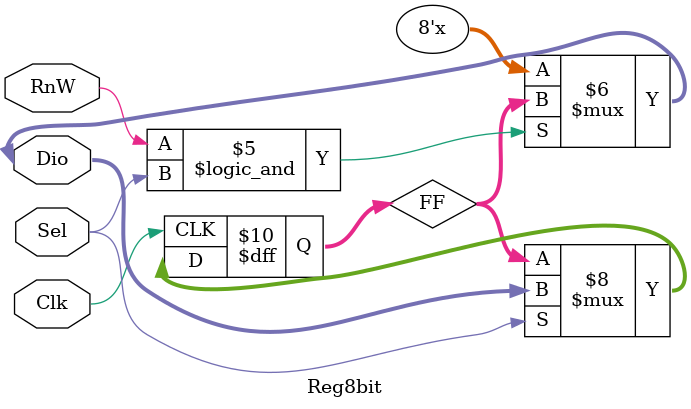
<source format=v>
module Reg8bit(Clk,Sel,RnW,Dio);
input Clk;	// clock input to trigger register storage
input Sel;	// select input that enables read/write operations
input RnW;	// read/write control input
			// 0=> store data input at Dio[7:0] if Sel is 1
			// 1=> enable output to Dio[7:0] if Sel is 1
inout [7:0] Dio;	// connection for data input and output
reg [7:0] FF;		// storage register

always @(posedge Clk)
	begin
		if (Sel == 1'b1)
			FF[7:0] <= Dio[7:0];
		else
			FF[7:0] <= FF[7:0];
	end
		
assign Dio[7:0] = (RnW == 1'b1 && Sel == 1'b1) ? FF[7:0] : 8'bZ;

endmodule

</source>
